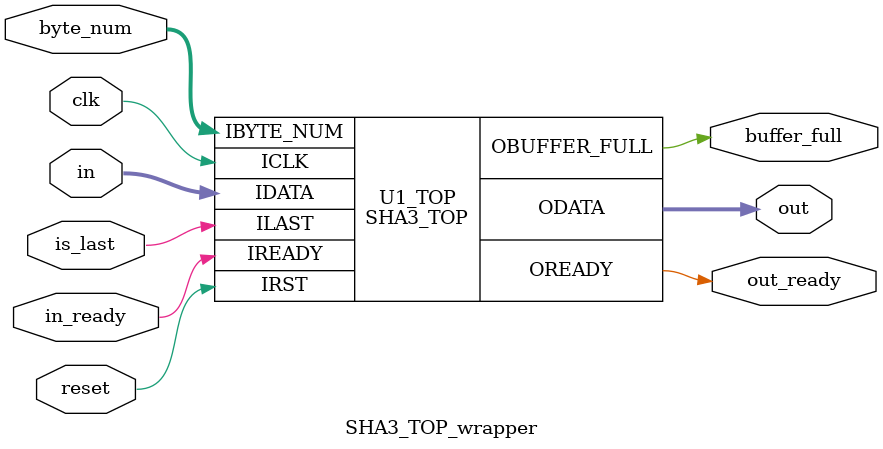
<source format=v>
`define WT_DCACHE
`define DISABLE_TRACER
`define SRAM_NO_INIT
`define VERILATOR
/*
 * Copyright 2013, Homer Hsing <homer.hsing@gmail.com>
 *
 * Licensed under the Apache License, Version 2.0 (the "License");
 * you may not use this file except in compliance with the License.
 * You may obtain a copy of the License at
 *
 * http://www.apache.org/licenses/LICENSE-2.0
 *
 * Unless required by applicable law or agreed to in writing, software
 * distributed under the License is distributed on an "AS IS" BASIS,
 * WITHOUT WARRANTIES OR CONDITIONS OF ANY KIND, either express or implied.
 * See the License for the specific language governing permissions and
 * limitations under the License.
 */

/* if "oAck" is 1, then current input has been used. */

module f_permutation(
	input				iClk,
	input				iRst,
	input		[575:0]	iData,
	input				iReady,
	output				oAck,
	output		[511:0]	oData
	//output	reg		oReady
);

/*****************************************************************************
 *                 Internal Wires and Registers Declarations                 *
 *****************************************************************************/
 
 reg	[10:0]		i; /* select round constant */
 reg	[1599:0]	round;
 wire	[1599:0]	round_in, round_out;
 wire	[6:0]		rc1, rc2;
 wire				update;
 wire				accept;
 
 reg				calc; /* == 1: calculating rounds */

/*****************************************************************************
 *                            Combinational Logic                            *
 *****************************************************************************/

 assign accept = iReady & ~calc;	//iReady & (i==0)
 assign round_in = (accept) ? {iData^round[1599:1024], round[1023:0]} : round;
 
 assign update = calc | accept;
 assign oAck = accept;
 assign oData = round[1599:1088];

/*****************************************************************************
 *                             Sequential Logic                              *
 *****************************************************************************/
 
 always@(posedge iClk) begin
	if(iRst)	i <= 11'b0;
	else		i <= {i[9:0], accept};
 end
 
 always@(posedge iClk) begin
	if(iRst)	calc <= 1'b0;
	else		calc <= (calc & ~i[10]) | accept;
 end
/*
 always@(posedge iClk) begin
	if(iRst | accept)	oReady <= 1'b0;
	// only change at the last round
	else if(i[10])		oReady <= 1'b1;
	else				oReady <= oReady;
 end
*/
 always@(posedge iClk) begin
	if(iRst)		round <= 1600'b0;
	else if(update)	round <= round_out;
	else			round <= round;
 end

/*****************************************************************************
 *                              Internal Modules                             *
 *****************************************************************************/
 
 rconst2in1 rconst_ (
	.i		({i, accept}),
	.rc1	(rc1),
	.rc2	(rc2)
 );

 round2in1 round_ (
	.in		(round_in),
	.rc1	(rc1),
	.rc2	(rc2),
	.out	(round_out)
 );

endmodule
/*
 * Copyright 2013, Homer Hsing <homer.hsing@gmail.com>
 *
 * Licensed under the Apache License, Version 2.0 (the "License");
 * you may not use this file except in compliance with the License.
 * You may obtain a copy of the License at
 *
 * http://www.apache.org/licenses/LICENSE-2.0
 *
 * Unless required by applicable law or agreed to in writing, software
 * distributed under the License is distributed on an "AS IS" BASIS,
 * WITHOUT WARRANTIES OR CONDITIONS OF ANY KIND, either express or implied.
 * See the License for the specific language governing permissions and
 * limitations under the License.
 */

module round2in1(
	input	[1599:0]	in,
	input	[6:0]		rc1,
	input	[6:0]		rc2,
	output	[1599:0]	out
);

/*****************************************************************************
 *                 Internal Wires and Registers Declarations                 *
 *****************************************************************************/
 
 /* "a ~ g" for round 1 */
 wire	[63:0]	a[4:0][4:0];
 wire	[63:0]	b[4:0];
 wire	[63:0]	c[4:0][4:0];
 wire	[63:0]	d[4:0][4:0];
 wire	[63:0]	e[4:0][4:0];
 wire	[63:0]	f[4:0][4:0];
 wire	[63:0]	g[4:0][4:0];

 /* "aa ~ gg" for round 2 */
 wire	[63:0]	bb[4:0];
 wire	[63:0]	cc[4:0][4:0];
 wire	[63:0]	dd[4:0][4:0];
 wire	[63:0]	ee[4:0][4:0];
 wire	[63:0]	ff[4:0][4:0];
 wire	[63:0]	gg[4:0][4:0];

/*****************************************************************************
 *                                 Inputs                                    *
 *****************************************************************************/
 
 assign a[0][0] = in[1599:1536];
 assign a[1][0] = in[1535:1472];
 assign a[2][0] = in[1471:1408];
 assign a[3][0] = in[1407:1344];
 assign a[4][0] = in[1343:1280];
 assign a[0][1] = in[1279:1216];
 assign a[1][1] = in[1215:1152];
 assign a[2][1] = in[1151:1088];
 assign a[3][1] = in[1087:1024];
 assign a[4][1] = in[1023:960];
 assign a[0][2] = in[959:896];
 assign a[1][2] = in[895:832];
 assign a[2][2] = in[831:768];
 assign a[3][2] = in[767:704];
 assign a[4][2] = in[703:640];
 assign a[0][3] = in[639:576];
 assign a[1][3] = in[575:512];
 assign a[2][3] = in[511:448];
 assign a[3][3] = in[447:384];
 assign a[4][3] = in[383:320];
 assign a[0][4] = in[319:256];
 assign a[1][4] = in[255:192];
 assign a[2][4] = in[191:128];
 assign a[3][4] = in[127:64];
 assign a[4][4] = in[63:0];

/*****************************************************************************
 *                                 Round 1                                   *
 *****************************************************************************/
 
 assign b[0] = a[0][0] ^ a[0][1] ^ a[0][2] ^ a[0][3] ^ a[0][4];
 assign b[1] = a[1][0] ^ a[1][1] ^ a[1][2] ^ a[1][3] ^ a[1][4];
 assign b[2] = a[2][0] ^ a[2][1] ^ a[2][2] ^ a[2][3] ^ a[2][4];
 assign b[3] = a[3][0] ^ a[3][1] ^ a[3][2] ^ a[3][3] ^ a[3][4];
 assign b[4] = a[4][0] ^ a[4][1] ^ a[4][2] ^ a[4][3] ^ a[4][4];

 /* calc "c == theta(a)" */
 assign c[0][0] = a[0][0] ^ b[4] ^ {b[1][62:0], b[1][63]};
 assign c[1][0] = a[1][0] ^ b[0] ^ {b[2][62:0], b[2][63]};
 assign c[2][0] = a[2][0] ^ b[1] ^ {b[3][62:0], b[3][63]};
 assign c[3][0] = a[3][0] ^ b[2] ^ {b[4][62:0], b[4][63]};
 assign c[4][0] = a[4][0] ^ b[3] ^ {b[0][62:0], b[0][63]};
 assign c[0][1] = a[0][1] ^ b[4] ^ {b[1][62:0], b[1][63]};
 assign c[1][1] = a[1][1] ^ b[0] ^ {b[2][62:0], b[2][63]};
 assign c[2][1] = a[2][1] ^ b[1] ^ {b[3][62:0], b[3][63]};
 assign c[3][1] = a[3][1] ^ b[2] ^ {b[4][62:0], b[4][63]};
 assign c[4][1] = a[4][1] ^ b[3] ^ {b[0][62:0], b[0][63]};
 assign c[0][2] = a[0][2] ^ b[4] ^ {b[1][62:0], b[1][63]};
 assign c[1][2] = a[1][2] ^ b[0] ^ {b[2][62:0], b[2][63]};
 assign c[2][2] = a[2][2] ^ b[1] ^ {b[3][62:0], b[3][63]};
 assign c[3][2] = a[3][2] ^ b[2] ^ {b[4][62:0], b[4][63]};
 assign c[4][2] = a[4][2] ^ b[3] ^ {b[0][62:0], b[0][63]};
 assign c[0][3] = a[0][3] ^ b[4] ^ {b[1][62:0], b[1][63]};
 assign c[1][3] = a[1][3] ^ b[0] ^ {b[2][62:0], b[2][63]};
 assign c[2][3] = a[2][3] ^ b[1] ^ {b[3][62:0], b[3][63]};
 assign c[3][3] = a[3][3] ^ b[2] ^ {b[4][62:0], b[4][63]};
 assign c[4][3] = a[4][3] ^ b[3] ^ {b[0][62:0], b[0][63]};
 assign c[0][4] = a[0][4] ^ b[4] ^ {b[1][62:0], b[1][63]};
 assign c[1][4] = a[1][4] ^ b[0] ^ {b[2][62:0], b[2][63]};
 assign c[2][4] = a[2][4] ^ b[1] ^ {b[3][62:0], b[3][63]};
 assign c[3][4] = a[3][4] ^ b[2] ^ {b[4][62:0], b[4][63]};
 assign c[4][4] = a[4][4] ^ b[3] ^ {b[0][62:0], b[0][63]};

 /* calc "d == rho(c)" */
 assign d[0][0] = c[0][0];
 assign d[1][0] = {c[1][0][62:0], c[1][0][63]};
 assign d[2][0] = {c[2][0][1:0] , c[2][0][63:2]};
 assign d[3][0] = {c[3][0][35:0], c[3][0][63:36]};
 assign d[4][0] = {c[4][0][36:0], c[4][0][63:37]};
 assign d[0][1] = {c[0][1][27:0], c[0][1][63:28]};
 assign d[1][1] = {c[1][1][19:0], c[1][1][63:20]};
 assign d[2][1] = {c[2][1][57:0], c[2][1][63:58]};
 assign d[3][1] = {c[3][1][8:0] , c[3][1][63:9]};
 assign d[4][1] = {c[4][1][43:0], c[4][1][63:44]};
 assign d[0][2] = {c[0][2][60:0], c[0][2][63:61]};
 assign d[1][2] = {c[1][2][53:0], c[1][2][63:54]};
 assign d[2][2] = {c[2][2][20:0], c[2][2][63:21]};
 assign d[3][2] = {c[3][2][38:0], c[3][2][63:39]};
 assign d[4][2] = {c[4][2][24:0], c[4][2][63:25]};
 assign d[0][3] = {c[0][3][22:0], c[0][3][63:23]};
 assign d[1][3] = {c[1][3][18:0], c[1][3][63:19]};
 assign d[2][3] = {c[2][3][48:0], c[2][3][63:49]};
 assign d[3][3] = {c[3][3][42:0], c[3][3][63:43]};
 assign d[4][3] = {c[4][3][55:0], c[4][3][63:56]};
 assign d[0][4] = {c[0][4][45:0], c[0][4][63:46]};
 assign d[1][4] = {c[1][4][61:0], c[1][4][63:62]};
 assign d[2][4] = {c[2][4][2:0] , c[2][4][63:3]};
 assign d[3][4] = {c[3][4][7:0] , c[3][4][63:8]};
 assign d[4][4] = {c[4][4][49:0], c[4][4][63:50]};

 /* calc "e == pi(d)" */
 assign e[0][0] = d[0][0];
 assign e[0][2] = d[1][0];
 assign e[0][4] = d[2][0];
 assign e[0][1] = d[3][0];
 assign e[0][3] = d[4][0];
 assign e[1][3] = d[0][1];
 assign e[1][0] = d[1][1];
 assign e[1][2] = d[2][1];
 assign e[1][4] = d[3][1];
 assign e[1][1] = d[4][1];
 assign e[2][1] = d[0][2];
 assign e[2][3] = d[1][2];
 assign e[2][0] = d[2][2];
 assign e[2][2] = d[3][2];
 assign e[2][4] = d[4][2];
 assign e[3][4] = d[0][3];
 assign e[3][1] = d[1][3];
 assign e[3][3] = d[2][3];
 assign e[3][0] = d[3][3];
 assign e[3][2] = d[4][3];
 assign e[4][2] = d[0][4];
 assign e[4][4] = d[1][4];
 assign e[4][1] = d[2][4];
 assign e[4][3] = d[3][4];
 assign e[4][0] = d[4][4];

 /* calc "f = chi(e)" */
 assign f[0][0] = e[0][0] ^ (~e[1][0] & e[2][0]);
 assign f[1][0] = e[1][0] ^ (~e[2][0] & e[3][0]);
 assign f[2][0] = e[2][0] ^ (~e[3][0] & e[4][0]);
 assign f[3][0] = e[3][0] ^ (~e[4][0] & e[0][0]);
 assign f[4][0] = e[4][0] ^ (~e[0][0] & e[1][0]);
 assign f[0][1] = e[0][1] ^ (~e[1][1] & e[2][1]);
 assign f[1][1] = e[1][1] ^ (~e[2][1] & e[3][1]);
 assign f[2][1] = e[2][1] ^ (~e[3][1] & e[4][1]);
 assign f[3][1] = e[3][1] ^ (~e[4][1] & e[0][1]);
 assign f[4][1] = e[4][1] ^ (~e[0][1] & e[1][1]);
 assign f[0][2] = e[0][2] ^ (~e[1][2] & e[2][2]);
 assign f[1][2] = e[1][2] ^ (~e[2][2] & e[3][2]);
 assign f[2][2] = e[2][2] ^ (~e[3][2] & e[4][2]);
 assign f[3][2] = e[3][2] ^ (~e[4][2] & e[0][2]);
 assign f[4][2] = e[4][2] ^ (~e[0][2] & e[1][2]);
 assign f[0][3] = e[0][3] ^ (~e[1][3] & e[2][3]);
 assign f[1][3] = e[1][3] ^ (~e[2][3] & e[3][3]);
 assign f[2][3] = e[2][3] ^ (~e[3][3] & e[4][3]);
 assign f[3][3] = e[3][3] ^ (~e[4][3] & e[0][3]);
 assign f[4][3] = e[4][3] ^ (~e[0][3] & e[1][3]);
 assign f[0][4] = e[0][4] ^ (~e[1][4] & e[2][4]);
 assign f[1][4] = e[1][4] ^ (~e[2][4] & e[3][4]);
 assign f[2][4] = e[2][4] ^ (~e[3][4] & e[4][4]);
 assign f[3][4] = e[3][4] ^ (~e[4][4] & e[0][4]);
 assign f[4][4] = e[4][4] ^ (~e[0][4] & e[1][4]);

 /* calc "g = iota(f)" */
 assign g[0][0][63]    = f[0][0][63] ^ rc1[6];
 assign g[0][0][62:32] = f[0][0][62:32];
 assign g[0][0][31]    = f[0][0][31] ^ rc1[5];
 assign g[0][0][30:16] = f[0][0][30:16];
 assign g[0][0][15]    = f[0][0][15] ^ rc1[4];
 assign g[0][0][14:8]  = f[0][0][14:8];
 assign g[0][0][7]     = f[0][0][7] ^ rc1[3];
 assign g[0][0][6:4]   = f[0][0][6:4];
 assign g[0][0][3]     = f[0][0][3] ^ rc1[2];
 assign g[0][0][2]     = f[0][0][2];
 assign g[0][0][1]     = f[0][0][1] ^ rc1[1];
 assign g[0][0][0]     = f[0][0][0] ^ rc1[0];

 assign g[1][0] = f[1][0];
 assign g[2][0] = f[2][0];
 assign g[3][0] = f[3][0];
 assign g[4][0] = f[4][0];
 assign g[0][1] = f[0][1];
 assign g[1][1] = f[1][1];
 assign g[2][1] = f[2][1];
 assign g[3][1] = f[3][1];
 assign g[4][1] = f[4][1];
 assign g[0][2] = f[0][2];
 assign g[1][2] = f[1][2];
 assign g[2][2] = f[2][2];
 assign g[3][2] = f[3][2];
 assign g[4][2] = f[4][2];
 assign g[0][3] = f[0][3];
 assign g[1][3] = f[1][3];
 assign g[2][3] = f[2][3];
 assign g[3][3] = f[3][3];
 assign g[4][3] = f[4][3];
 assign g[0][4] = f[0][4];
 assign g[1][4] = f[1][4];
 assign g[2][4] = f[2][4];
 assign g[3][4] = f[3][4];
 assign g[4][4] = f[4][4];

/*****************************************************************************
 *                                 Round 2                                   *
 *****************************************************************************/
  
 assign bb[0] = g[0][0] ^ g[0][1] ^ g[0][2] ^ g[0][3] ^ g[0][4];
 assign bb[1] = g[1][0] ^ g[1][1] ^ g[1][2] ^ g[1][3] ^ g[1][4];
 assign bb[2] = g[2][0] ^ g[2][1] ^ g[2][2] ^ g[2][3] ^ g[2][4];
 assign bb[3] = g[3][0] ^ g[3][1] ^ g[3][2] ^ g[3][3] ^ g[3][4];
 assign bb[4] = g[4][0] ^ g[4][1] ^ g[4][2] ^ g[4][3] ^ g[4][4];
 
 /* calc "cc == theta(g)" */
 assign cc[0][0] = g[0][0] ^ bb[4] ^ {bb[1][62:0], bb[1][63]};
 assign cc[1][0] = g[1][0] ^ bb[0] ^ {bb[2][62:0], bb[2][63]};
 assign cc[2][0] = g[2][0] ^ bb[1] ^ {bb[3][62:0], bb[3][63]};
 assign cc[3][0] = g[3][0] ^ bb[2] ^ {bb[4][62:0], bb[4][63]};
 assign cc[4][0] = g[4][0] ^ bb[3] ^ {bb[0][62:0], bb[0][63]};
 assign cc[0][1] = g[0][1] ^ bb[4] ^ {bb[1][62:0], bb[1][63]};
 assign cc[1][1] = g[1][1] ^ bb[0] ^ {bb[2][62:0], bb[2][63]};
 assign cc[2][1] = g[2][1] ^ bb[1] ^ {bb[3][62:0], bb[3][63]};
 assign cc[3][1] = g[3][1] ^ bb[2] ^ {bb[4][62:0], bb[4][63]};
 assign cc[4][1] = g[4][1] ^ bb[3] ^ {bb[0][62:0], bb[0][63]};
 assign cc[0][2] = g[0][2] ^ bb[4] ^ {bb[1][62:0], bb[1][63]};
 assign cc[1][2] = g[1][2] ^ bb[0] ^ {bb[2][62:0], bb[2][63]};
 assign cc[2][2] = g[2][2] ^ bb[1] ^ {bb[3][62:0], bb[3][63]};
 assign cc[3][2] = g[3][2] ^ bb[2] ^ {bb[4][62:0], bb[4][63]};
 assign cc[4][2] = g[4][2] ^ bb[3] ^ {bb[0][62:0], bb[0][63]};
 assign cc[0][3] = g[0][3] ^ bb[4] ^ {bb[1][62:0], bb[1][63]};
 assign cc[1][3] = g[1][3] ^ bb[0] ^ {bb[2][62:0], bb[2][63]};
 assign cc[2][3] = g[2][3] ^ bb[1] ^ {bb[3][62:0], bb[3][63]};
 assign cc[3][3] = g[3][3] ^ bb[2] ^ {bb[4][62:0], bb[4][63]};
 assign cc[4][3] = g[4][3] ^ bb[3] ^ {bb[0][62:0], bb[0][63]};
 assign cc[0][4] = g[0][4] ^ bb[4] ^ {bb[1][62:0], bb[1][63]};
 assign cc[1][4] = g[1][4] ^ bb[0] ^ {bb[2][62:0], bb[2][63]};
 assign cc[2][4] = g[2][4] ^ bb[1] ^ {bb[3][62:0], bb[3][63]};
 assign cc[3][4] = g[3][4] ^ bb[2] ^ {bb[4][62:0], bb[4][63]};
 assign cc[4][4] = g[4][4] ^ bb[3] ^ {bb[0][62:0], bb[0][63]};
 
 /* calc "dd == rho(cc)" */
 assign dd[0][0] = cc[0][0];
 assign dd[1][0] = {cc[1][0][62:0], cc[1][0][63]};
 assign dd[2][0] = {cc[2][0][1:0] , cc[2][0][63:2]};
 assign dd[3][0] = {cc[3][0][35:0], cc[3][0][63:36]};
 assign dd[4][0] = {cc[4][0][36:0], cc[4][0][63:37]};
 assign dd[0][1] = {cc[0][1][27:0], cc[0][1][63:28]};
 assign dd[1][1] = {cc[1][1][19:0], cc[1][1][63:20]};
 assign dd[2][1] = {cc[2][1][57:0], cc[2][1][63:58]};
 assign dd[3][1] = {cc[3][1][8:0] , cc[3][1][63:9]};
 assign dd[4][1] = {cc[4][1][43:0], cc[4][1][63:44]};
 assign dd[0][2] = {cc[0][2][60:0], cc[0][2][63:61]};
 assign dd[1][2] = {cc[1][2][53:0], cc[1][2][63:54]};
 assign dd[2][2] = {cc[2][2][20:0], cc[2][2][63:21]};
 assign dd[3][2] = {cc[3][2][38:0], cc[3][2][63:39]};
 assign dd[4][2] = {cc[4][2][24:0], cc[4][2][63:25]};
 assign dd[0][3] = {cc[0][3][22:0], cc[0][3][63:23]};
 assign dd[1][3] = {cc[1][3][18:0], cc[1][3][63:19]};
 assign dd[2][3] = {cc[2][3][48:0], cc[2][3][63:49]};
 assign dd[3][3] = {cc[3][3][42:0], cc[3][3][63:43]};
 assign dd[4][3] = {cc[4][3][55:0], cc[4][3][63:56]};
 assign dd[0][4] = {cc[0][4][45:0], cc[0][4][63:46]};
 assign dd[1][4] = {cc[1][4][61:0], cc[1][4][63:62]};
 assign dd[2][4] = {cc[2][4][2:0] , cc[2][4][63:3]};
 assign dd[3][4] = {cc[3][4][7:0] , cc[3][4][63:8]};
 assign dd[4][4] = {cc[4][4][49:0], cc[4][4][63:50]};

 /* calc "ee == pi(dd)" */
 assign ee[0][0] = dd[0][0];
 assign ee[0][2] = dd[1][0];
 assign ee[0][4] = dd[2][0];
 assign ee[0][1] = dd[3][0];
 assign ee[0][3] = dd[4][0];
 assign ee[1][3] = dd[0][1];
 assign ee[1][0] = dd[1][1];
 assign ee[1][2] = dd[2][1];
 assign ee[1][4] = dd[3][1];
 assign ee[1][1] = dd[4][1];
 assign ee[2][1] = dd[0][2];
 assign ee[2][3] = dd[1][2];
 assign ee[2][0] = dd[2][2];
 assign ee[2][2] = dd[3][2];
 assign ee[2][4] = dd[4][2];
 assign ee[3][4] = dd[0][3];
 assign ee[3][1] = dd[1][3];
 assign ee[3][3] = dd[2][3];
 assign ee[3][0] = dd[3][3];
 assign ee[3][2] = dd[4][3];
 assign ee[4][2] = dd[0][4];
 assign ee[4][4] = dd[1][4];
 assign ee[4][1] = dd[2][4];
 assign ee[4][3] = dd[3][4];
 assign ee[4][0] = dd[4][4];

 /* calc "ff = chi(ee)" */
 assign ff[0][0] = ee[0][0] ^ (~ee[1][0] & ee[2][0]);
 assign ff[1][0] = ee[1][0] ^ (~ee[2][0] & ee[3][0]);
 assign ff[2][0] = ee[2][0] ^ (~ee[3][0] & ee[4][0]);
 assign ff[3][0] = ee[3][0] ^ (~ee[4][0] & ee[0][0]);
 assign ff[4][0] = ee[4][0] ^ (~ee[0][0] & ee[1][0]);
 assign ff[0][1] = ee[0][1] ^ (~ee[1][1] & ee[2][1]);
 assign ff[1][1] = ee[1][1] ^ (~ee[2][1] & ee[3][1]);
 assign ff[2][1] = ee[2][1] ^ (~ee[3][1] & ee[4][1]);
 assign ff[3][1] = ee[3][1] ^ (~ee[4][1] & ee[0][1]);
 assign ff[4][1] = ee[4][1] ^ (~ee[0][1] & ee[1][1]);
 assign ff[0][2] = ee[0][2] ^ (~ee[1][2] & ee[2][2]);
 assign ff[1][2] = ee[1][2] ^ (~ee[2][2] & ee[3][2]);
 assign ff[2][2] = ee[2][2] ^ (~ee[3][2] & ee[4][2]);
 assign ff[3][2] = ee[3][2] ^ (~ee[4][2] & ee[0][2]);
 assign ff[4][2] = ee[4][2] ^ (~ee[0][2] & ee[1][2]);
 assign ff[0][3] = ee[0][3] ^ (~ee[1][3] & ee[2][3]);
 assign ff[1][3] = ee[1][3] ^ (~ee[2][3] & ee[3][3]);
 assign ff[2][3] = ee[2][3] ^ (~ee[3][3] & ee[4][3]);
 assign ff[3][3] = ee[3][3] ^ (~ee[4][3] & ee[0][3]);
 assign ff[4][3] = ee[4][3] ^ (~ee[0][3] & ee[1][3]);
 assign ff[0][4] = ee[0][4] ^ (~ee[1][4] & ee[2][4]);
 assign ff[1][4] = ee[1][4] ^ (~ee[2][4] & ee[3][4]);
 assign ff[2][4] = ee[2][4] ^ (~ee[3][4] & ee[4][4]);
 assign ff[3][4] = ee[3][4] ^ (~ee[4][4] & ee[0][4]);
 assign ff[4][4] = ee[4][4] ^ (~ee[0][4] & ee[1][4]);
 
 /* calc "gg = iota(ff)" */
 assign gg[0][0][63]    = ff[0][0][63] ^ rc2[6];
 assign gg[0][0][62:32] = ff[0][0][62:32];
 assign gg[0][0][31]    = ff[0][0][31] ^ rc2[5];
 assign gg[0][0][30:16] = ff[0][0][30:16];
 assign gg[0][0][15]    = ff[0][0][15] ^ rc2[4];
 assign gg[0][0][14:8]  = ff[0][0][14:8];
 assign gg[0][0][7]     = ff[0][0][7] ^ rc2[3];
 assign gg[0][0][6:4]   = ff[0][0][6:4];
 assign gg[0][0][3]     = ff[0][0][3] ^ rc2[2];
 assign gg[0][0][2]     = ff[0][0][2];
 assign gg[0][0][1]     = ff[0][0][1] ^ rc2[1];
 assign gg[0][0][0]     = ff[0][0][0] ^ rc2[0];

 assign gg[1][0] = ff[1][0];
 assign gg[2][0] = ff[2][0];
 assign gg[3][0] = ff[3][0];
 assign gg[4][0] = ff[4][0];
 assign gg[0][1] = ff[0][1];
 assign gg[1][1] = ff[1][1];
 assign gg[2][1] = ff[2][1];
 assign gg[3][1] = ff[3][1];
 assign gg[4][1] = ff[4][1];
 assign gg[0][2] = ff[0][2];
 assign gg[1][2] = ff[1][2];
 assign gg[2][2] = ff[2][2];
 assign gg[3][2] = ff[3][2];
 assign gg[4][2] = ff[4][2];
 assign gg[0][3] = ff[0][3];
 assign gg[1][3] = ff[1][3];
 assign gg[2][3] = ff[2][3];
 assign gg[3][3] = ff[3][3];
 assign gg[4][3] = ff[4][3];
 assign gg[0][4] = ff[0][4];
 assign gg[1][4] = ff[1][4];
 assign gg[2][4] = ff[2][4];
 assign gg[3][4] = ff[3][4];
 assign gg[4][4] = ff[4][4];

/*****************************************************************************
 *                                 Outputs                                   *
 *****************************************************************************/
 
 assign out[1599:1536] = gg[0][0];
 assign out[1535:1472] = gg[1][0];
 assign out[1471:1408] = gg[2][0];
 assign out[1407:1344] = gg[3][0];
 assign out[1343:1280] = gg[4][0];
 assign out[1279:1216] = gg[0][1];
 assign out[1215:1152] = gg[1][1];
 assign out[1151:1088] = gg[2][1];
 assign out[1087:1024] = gg[3][1];
 assign out[1023:960]  = gg[4][1];
 assign out[959:896]   = gg[0][2];
 assign out[895:832]   = gg[1][2];
 assign out[831:768]   = gg[2][2];
 assign out[767:704]   = gg[3][2];
 assign out[703:640]   = gg[4][2];
 assign out[639:576]   = gg[0][3];
 assign out[575:512]   = gg[1][3];
 assign out[511:448]   = gg[2][3];
 assign out[447:384]   = gg[3][3];
 assign out[383:320]   = gg[4][3];
 assign out[319:256]   = gg[0][4];
 assign out[255:192]   = gg[1][4];
 assign out[191:128]   = gg[2][4];
 assign out[127:64]    = gg[3][4];
 assign out[63:0]      = gg[4][4];

endmodule
/*
 * Copyright 2013, Homer Hsing <homer.hsing@gmail.com>
 *
 * Licensed under the Apache License, Version 2.0 (the "License");
 * you may not use this file except in compliance with the License.
 * You may obtain a copy of the License at
 *
 * http://www.apache.org/licenses/LICENSE-2.0
 *
 * Unless required by applicable law or agreed to in writing, software
 * distributed under the License is distributed on an "AS IS" BASIS,
 * WITHOUT WARRANTIES OR CONDITIONS OF ANY KIND, either express or implied.
 * See the License for the specific language governing permissions and
 * limitations under the License.
 */

module padder1(
	input	[63:0]	in,
	input	[2:0]	byte_num,
	output	[63:0]	out
);
/*
 case (byte_num)
	0: out =             64'h0600000000000000;
	1: out = {in[63:56], 56'h06000000000000};
	2: out = {in[63:48], 48'h060000000000};
	3: out = {in[63:40], 40'h0600000000};
	4: out = {in[63:32], 32'h06000000};
	5: out = {in[63:24], 24'h060000};
	6: out = {in[63:16], 16'h0600};
	7: out = {in[63:8],   8'h06};
 endcase
*/
/*
 assign out[63:56] = (byte_num == 3'd0) ? 8'h06 : in[63:56];
 assign out[55:48] = (byte_num < 3'd1)  ? 8'h00 :
					 (byte_num == 3'd1) ? 8'h06 : in[55:48];
 assign out[47:40] = (byte_num < 3'd2)  ? 8'h00 :
					 (byte_num == 3'd2) ? 8'h06 : in[47:40];
 assign out[39:32] = (byte_num < 3'd3)  ? 8'h00 :
					 (byte_num == 3'd3) ? 8'h06 : in[39:32];
 assign out[31:24] = (byte_num < 3'd4)  ? 8'h00 :
					 (byte_num == 3'd4) ? 8'h06 : in[31:24];
 assign out[23:16] = (byte_num < 3'd5)  ? 8'h00 :
					 (byte_num == 3'd5) ? 8'h06 : in[23:16];
 assign out[15:8]  = (byte_num < 3'd6)  ? 8'h00 :
					 (byte_num == 3'd6) ? 8'h06 : in[15:8];
 assign out[7:0]   = (byte_num < 3'd7)  ? 8'h00 : 8'h06;
*/

 wire	byte0, byte1, byte2, byte3,
		byte4, byte5, byte6, byte7;

 wire	byte01, byte012, byte0123, byte567, byte67;

 assign byte0 = ~byte_num[2] & ~byte_num[1] & ~byte_num[0];
 assign byte1 = ~byte_num[2] & ~byte_num[1] &  byte_num[0];
 assign byte2 = ~byte_num[2] &  byte_num[1] & ~byte_num[0];
 assign byte3 = ~byte_num[2] &  byte_num[1] &  byte_num[0];
 assign byte4 =  byte_num[2] & ~byte_num[1] & ~byte_num[0];
 assign byte5 =  byte_num[2] & ~byte_num[1] &  byte_num[0];
 assign byte6 =  byte_num[2] &  byte_num[1] & ~byte_num[0];
 assign byte7 =  byte_num[2] &  byte_num[1] &  byte_num[0];
 
 assign byte01   = byte0   | byte1;
 assign byte012  = byte01  | byte2;
 assign byte0123 = byte012 | byte3;
 assign byte567  = byte5   | byte67;
 assign byte67   = byte6   | byte7;

 assign out[63:60] = {(4){~byte0}} & in[63:60];
 assign out[59]    = ~byte0 & in[59];
 assign out[58:57] = {(2){byte0}} | in[58:57];
 assign out[56]    = ~byte0 & in[56];
 assign out[55:52] = {(4){~byte01}} & in[55:52];
 assign out[51]    = ~byte01 & in[51];
 assign out[50:49] = {(2){~byte0}} & ({(2){byte1}} | in[50:49]);
 assign out[48]    = ~byte01 & in[48];
 assign out[47:44] = {(4){~byte012}} & in[47:44];
 assign out[43]    = ~byte012 & in[43];
 assign out[42:41] = {(2){~byte01}} & ({(2){byte2}} | in[42:41]);
 assign out[40]    = ~byte012 & in[40];
 assign out[39:36] = {(4){~byte0123}} & in[39:36];
 assign out[35]    = ~byte0123 & in[35];
 assign out[34:33] = {(2){~byte012}} & ({(2){byte3}} | in[34:33]);
 assign out[32]    = ~byte0123 & in[32];
 assign out[31:28] = {(4){byte567}} & in[31:28];
 assign out[27]    = byte567 & in[27];
 assign out[26:25] = {(2){byte4}} | ({(2){byte567}} & in[26:25]);
 assign out[24]    = byte567 & in[24];
 assign out[23:20] = {(4){byte67}} & in[23:20];
 assign out[19]    = byte67 & in[19];
 assign out[18:17] = {(2){byte5}} | ({(2){byte67}} & in[18:17]);
 assign out[16]    = byte67 & in[16];
 assign out[15:12] = {(4){byte7}} & in[15:12];
 assign out[11]    = byte7 & in[11];
 assign out[10:9]  = {(2){byte6}} | ({(2){byte7}} & in[10:9]);
 assign out[8]     = byte7 & in[8];
 assign out[7:3]   = 5'b00000;
 assign out[2:1]   = {(2){byte7}};
 assign out[0]     = 1'b0;

endmodule
/*
 * Copyright 2013, Homer Hsing <homer.hsing@gmail.com>
 *
 * Licensed under the Apache License, Version 2.0 (the "License");
 * you may not use this file except in compliance with the License.
 * You may obtain a copy of the License at
 *
 * http://www.apache.org/licenses/LICENSE-2.0
 *
 * Unless required by applicable law or agreed to in writing, software
 * distributed under the License is distributed on an "AS IS" BASIS,
 * WITHOUT WARRANTIES OR CONDITIONS OF ANY KIND, either express or implied.
 * See the License for the specific language governing permissions and
 * limitations under the License.
 */

/* "iLast" == 0 means byte number is 8, no matter what value "iByte_num" is. */
/* if "iReady" == 0, then "iLast" should be 0. */
/* the user switch to next "iData" only if "ack" == 1. */

module keccak(
	input				iClk,
	input				iRst,
	input		[63:0]	iData,
	input				iReady,
	input				iLast,
	input		[2:0]	iByte_num,
	output				oBuffer_full, /* to "user" module */
	output		[511:0]	oData,
	output	reg			oReady
);

/*****************************************************************************
 *                 Internal Wires and Registers Declarations                 *
 *****************************************************************************/
 
 reg			state;	/* state == 0: user will send more input data
						 * state == 1: user will not send any data */
 reg	[10:0]	i; /* gen "oReady" */
 
 wire	[575:0]	padder_oData,
				padder_oData_pre; /* before reorder byte */
 wire			padder_oReady;
 
 wire			f_oAck;
 wire	[511:0]	f_oData;
 //wire			f_oReady;
 
 wire	[511:0]	Data_out_pre; /* before reorder byte */
 wire	[63:0]	Data_out_pre_7, Data_out_pre_6, Data_out_pre_5, Data_out_pre_4,
				Data_out_pre_3, Data_out_pre_2, Data_out_pre_1, Data_out_pre_0;
 wire	[63:0]	Data_out_7, Data_out_6, Data_out_5, Data_out_4,
				Data_out_3, Data_out_2, Data_out_1, Data_out_0;

 wire	[63:0]	padder_oData_pre_8, padder_oData_pre_7, padder_oData_pre_6,
				padder_oData_pre_5, padder_oData_pre_4, padder_oData_pre_3,
				padder_oData_pre_2, padder_oData_pre_1, padder_oData_pre_0;
 wire	[63:0]	padder_oData_8, padder_oData_7, padder_oData_6,
				padder_oData_5, padder_oData_4, padder_oData_3,
				padder_oData_2, padder_oData_1, padder_oData_0;
 
/*****************************************************************************
 *                            Combinational Logic                            *
 *****************************************************************************/
 
 /* reorder byte ~ ~ */
 assign Data_out_pre = f_oData;
 
 assign {Data_out_pre_7, Data_out_pre_6, Data_out_pre_5, Data_out_pre_4,
		 Data_out_pre_3, Data_out_pre_2, Data_out_pre_1, Data_out_pre_0} = Data_out_pre;

 assign Data_out_7 = {Data_out_pre_7[7:0]  , Data_out_pre_7[15:8] , Data_out_pre_7[23:16], Data_out_pre_7[31:24],
					  Data_out_pre_7[39:32], Data_out_pre_7[47:40], Data_out_pre_7[55:48], Data_out_pre_7[63:56]};
 assign Data_out_6 = {Data_out_pre_6[7:0]  , Data_out_pre_6[15:8] , Data_out_pre_6[23:16], Data_out_pre_6[31:24],
					  Data_out_pre_6[39:32], Data_out_pre_6[47:40], Data_out_pre_6[55:48], Data_out_pre_6[63:56]};
 assign Data_out_5 = {Data_out_pre_5[7:0]  , Data_out_pre_5[15:8] , Data_out_pre_5[23:16], Data_out_pre_5[31:24],
					  Data_out_pre_5[39:32], Data_out_pre_5[47:40], Data_out_pre_5[55:48], Data_out_pre_5[63:56]};
 assign Data_out_4 = {Data_out_pre_4[7:0]  , Data_out_pre_4[15:8] , Data_out_pre_4[23:16], Data_out_pre_4[31:24],
					  Data_out_pre_4[39:32], Data_out_pre_4[47:40], Data_out_pre_4[55:48], Data_out_pre_4[63:56]};
 assign Data_out_3 = {Data_out_pre_3[7:0]  , Data_out_pre_3[15:8] , Data_out_pre_3[23:16], Data_out_pre_3[31:24],
					  Data_out_pre_3[39:32], Data_out_pre_3[47:40], Data_out_pre_3[55:48], Data_out_pre_3[63:56]};
 assign Data_out_2 = {Data_out_pre_2[7:0]  , Data_out_pre_2[15:8] , Data_out_pre_2[23:16], Data_out_pre_2[31:24],
					  Data_out_pre_2[39:32], Data_out_pre_2[47:40], Data_out_pre_2[55:48], Data_out_pre_2[63:56]};
 assign Data_out_1 = {Data_out_pre_1[7:0]  , Data_out_pre_1[15:8] , Data_out_pre_1[23:16], Data_out_pre_1[31:24],
					  Data_out_pre_1[39:32], Data_out_pre_1[47:40], Data_out_pre_1[55:48], Data_out_pre_1[63:56]};
 assign Data_out_0 = {Data_out_pre_0[7:0]  , Data_out_pre_0[15:8] , Data_out_pre_0[23:16], Data_out_pre_0[31:24],
					  Data_out_pre_0[39:32], Data_out_pre_0[47:40], Data_out_pre_0[55:48], Data_out_pre_0[63:56]};

 assign oData = {Data_out_7, Data_out_6, Data_out_5, Data_out_4, Data_out_3, Data_out_2, Data_out_1, Data_out_0};

 assign {padder_oData_pre_8, padder_oData_pre_7, padder_oData_pre_6,
		 padder_oData_pre_5, padder_oData_pre_4, padder_oData_pre_3,
		 padder_oData_pre_2, padder_oData_pre_1, padder_oData_pre_0} = padder_oData_pre;
				 
 assign padder_oData_8 = {padder_oData_pre_8[7:0]  , padder_oData_pre_8[15:8] ,
						  padder_oData_pre_8[23:16], padder_oData_pre_8[31:24],
						  padder_oData_pre_8[39:32], padder_oData_pre_8[47:40],
						  padder_oData_pre_8[55:48], padder_oData_pre_8[63:56]};
 assign padder_oData_7 = {padder_oData_pre_7[7:0]  , padder_oData_pre_7[15:8] ,
						  padder_oData_pre_7[23:16], padder_oData_pre_7[31:24],
						  padder_oData_pre_7[39:32], padder_oData_pre_7[47:40],
						  padder_oData_pre_7[55:48], padder_oData_pre_7[63:56]};
 assign padder_oData_6 = {padder_oData_pre_6[7:0]  , padder_oData_pre_6[15:8] ,
						  padder_oData_pre_6[23:16], padder_oData_pre_6[31:24],
						  padder_oData_pre_6[39:32], padder_oData_pre_6[47:40],
						  padder_oData_pre_6[55:48], padder_oData_pre_6[63:56]};
 assign padder_oData_5 = {padder_oData_pre_5[7:0]  , padder_oData_pre_5[15:8] ,
						  padder_oData_pre_5[23:16], padder_oData_pre_5[31:24],
						  padder_oData_pre_5[39:32], padder_oData_pre_5[47:40],
						  padder_oData_pre_5[55:48], padder_oData_pre_5[63:56]};
 assign padder_oData_4 = {padder_oData_pre_4[7:0]  , padder_oData_pre_4[15:8] ,
						  padder_oData_pre_4[23:16], padder_oData_pre_4[31:24],
						  padder_oData_pre_4[39:32], padder_oData_pre_4[47:40],
						  padder_oData_pre_4[55:48], padder_oData_pre_4[63:56]};
 assign padder_oData_3 = {padder_oData_pre_3[7:0]  , padder_oData_pre_3[15:8] ,
						  padder_oData_pre_3[23:16], padder_oData_pre_3[31:24],
						  padder_oData_pre_3[39:32], padder_oData_pre_3[47:40],
						  padder_oData_pre_3[55:48], padder_oData_pre_3[63:56]};
 assign padder_oData_2 = {padder_oData_pre_2[7:0]  , padder_oData_pre_2[15:8] ,
						  padder_oData_pre_2[23:16], padder_oData_pre_2[31:24],
						  padder_oData_pre_2[39:32], padder_oData_pre_2[47:40],
						  padder_oData_pre_2[55:48], padder_oData_pre_2[63:56]};
 assign padder_oData_1 = {padder_oData_pre_1[7:0]  , padder_oData_pre_1[15:8] ,
						  padder_oData_pre_1[23:16], padder_oData_pre_1[31:24],
						  padder_oData_pre_1[39:32], padder_oData_pre_1[47:40],
						  padder_oData_pre_1[55:48], padder_oData_pre_1[63:56]};
 assign padder_oData_0 = {padder_oData_pre_0[7:0]  , padder_oData_pre_0[15:8] ,
						  padder_oData_pre_0[23:16], padder_oData_pre_0[31:24],
						  padder_oData_pre_0[39:32], padder_oData_pre_0[47:40],
						  padder_oData_pre_0[55:48], padder_oData_pre_0[63:56]};
	
 assign padder_oData = {padder_oData_8, padder_oData_7, padder_oData_6,
						padder_oData_5, padder_oData_4, padder_oData_3,
						padder_oData_2, padder_oData_1, padder_oData_0};

/*****************************************************************************
 *                             Sequential Logic                              *
 *****************************************************************************/
 
 always@(posedge iClk) begin
	if(iRst)	i <= 11'b0;
	else		i <= {i[9:0], state & f_oAck};
 end

 always@(posedge iClk) begin
	if(iRst)		state <= 1'b0;
	else if(iLast)	state <= 1'b1;
	else			state <= state;
 end

 always@(posedge iClk) begin
	if(iRst)		oReady <= 1'b0;
	else if(i[10])	oReady <= 1'b1;
	else			oReady <= oReady;
 end
 
/*****************************************************************************
 *                              Internal Modules                             *
 *****************************************************************************/
 
 padder padder_ (
	.iClk			(iClk),
	.iRst			(iRst),
	.iData			(iData),
	.iReady			(iReady),
	.iLast			(iLast),
	.iByte_num		(iByte_num),
	.oBuffer_full	(oBuffer_full),
	.oData			(padder_oData_pre),
	.oReady			(padder_oReady),
	.iF_ack			(f_oAck)
 );

 f_permutation f_permutation_ (
	.iClk		(iClk),
	.iRst		(iRst),
	.iData		(padder_oData),
	.iReady		(padder_oReady),
	.oAck		(f_oAck),
	.oData		(f_oData)
	//.oReady	(f_oReady)
 );

endmodule
/*
 * Copyright 2013, Homer Hsing <homer.hsing@gmail.com>
 *
 * Licensed under the Apache License, Version 2.0 (the "License");
 * you may not use this file except in compliance with the License.
 * You may obtain a copy of the License at
 *
 * http://www.apache.org/licenses/LICENSE-2.0
 *
 * Unless required by applicable law or agreed to in writing, software
 * distributed under the License is distributed on an "AS IS" BASIS,
 * WITHOUT WARRANTIES OR CONDITIONS OF ANY KIND, either express or implied.
 * See the License for the specific language governing permissions and
 * limitations under the License.
 */

/* "iLast" == 0 means byte number is 8, no matter what value "iByte_num" is. */
/* if "iReady" == 0, then "iLast" should be 0. */
/* the user switch to next "iData" only if "ack" == 1. */

module padder(
    input				iClk,
	input				iRst,
    input		[63:0]	iData,
    input				iReady,
	input				iLast,
    input		[2:0]   iByte_num,
    output				oBuffer_full,	/* to "user" module */
    output	reg	[575:0]	oData,			/* to "f_permutation" module */
    output				oReady,		/* to "f_permutation" module */
    input				iF_ack			/* from "f_permutation" module */
);

/*****************************************************************************
 *                 Internal Wires and Registers Declarations                 *
 *****************************************************************************/
 
 reg			state;		/* state == 0: user will send more input data
							 * state == 1: user will not send any data */
 reg			done;		/* == 1: oReady should be 0 */
 reg	[8:0]	i;			/* length of "oData" buffer */
 wire	[63:0]	v0;			/* output of module "padder1" */
 wire	[63:0]	v1;			/* to be shifted into register "oData" */
 //wire			accept;		/* accept user input? */
 wire			update;

/*****************************************************************************
 *                            Combinational Logic                            *
 *****************************************************************************/
 
 assign oBuffer_full = i[8];
 assign oReady = oBuffer_full;
 
 // if state == 1, do not eat input
 //assign accept = ~state & iReady & ~oBuffer_full;
 // don't fill buffer if done
 assign update = (iReady|state) & ~(oBuffer_full|done);
 
// assign v1 = (state) ? {56'b0, i[7], 7'b0} :
//			 (~iLast) ? iData : {v0[63:8], v0[7]|i[7], v0[6:0]};
 assign v1[63:8] = {(56){~state}} & ((~iLast) ? iData[63:8] : v0[63:8]);
 assign v1[7] = (state) ? i[7] : ((~iLast) ? iData[7] : (v0[7]|i[7]));
 assign v1[6:0] = {(7){~state}} & ((~iLast) ? iData[6:0] : v0[6:0]);
			 
/*****************************************************************************
 *                             Sequential Logic                              *
 *****************************************************************************/
 
 always@(posedge iClk) begin
	if(update)	oData <= {oData[511:0], v1};
	else		oData <= oData;
 end
 
 // if (iF_ack)  i <= 0;
 // if (update) i <= {i[7:0], 1'b1};	/* increase length */
 always@(posedge iClk) begin
	if(iRst)				i <= 9'b0;
	else if(iF_ack|update)	i <= {i[7:0], 1'b1} & {9{~iF_ack}};
	else					i <= i;
 end
 
 always@(posedge iClk) begin
	if(iRst)		state <= 1'b0;
	else if(iLast)	state <= 1'b1;
	else			state <= state;
 end
 
 always@(posedge iClk) begin
	if(iRst)				done <= 1'b0;
	else if(state&oReady)	done <= 1'b1;
	else					done <= done;
 end
 
/*****************************************************************************
 *                              Internal Modules                             *
 *****************************************************************************/
 
 padder1 p0 (
	.in			(iData),
	.byte_num	(iByte_num),
	.out		(v0)
 );
 
endmodule
/*
 * Copyright 2013, Homer Hsing <homer.hsing@gmail.com>
 *
 * Licensed under the Apache License, Version 2.0 (the "License");
 * you may not use this file except in compliance with the License.
 * You may obtain a copy of the License at
 *
 * http://www.apache.org/licenses/LICENSE-2.0
 *
 * Unless required by applicable law or agreed to in writing, software
 * distributed under the License is distributed on an "AS IS" BASIS,
 * WITHOUT WARRANTIES OR CONDITIONS OF ANY KIND, either express or implied.
 * See the License for the specific language governing permissions and
 * limitations under the License.
 */

/* round constant (2 in 1 ~ ~) */
module rconst2in1(
	input	[11:0]	i,
	output	[6:0]	rc1,
	output	[6:0]	rc2
);
/*
 always@(i) begin
	rc1 = 0;
	rc1[0] = i[0] | i[2] | i[3] | i[5] | i[6] | i[7] | i[10] | i[11];
	rc1[1] = i[1] | i[2] | i[4] | i[6] | i[8] | i[9];
	rc1[2] = i[1] | i[2] | i[4] | i[5] | i[6] | i[7] | i[9];
	rc1[3] = i[1] | i[2] | i[3] | i[4] | i[6] | i[7] | i[10];
	rc1[4] = i[1] | i[2] | i[3] | i[5] | i[6] | i[7] | i[8] | i[9] | i[10];
	rc1[5] = i[3] | i[5] | i[6] | i[10] | i[11];
	rc1[6] = i[1] | i[3] | i[7] | i[8] | i[10];
 end

 always@(i) begin
	rc2 = 0;
	rc2[0] = i[2] | i[3] | i[6] | i[7];
	rc2[1] = i[0] | i[5] | i[6] | i[7] | i[9];
	rc2[2] = i[3] | i[4] | i[5] | i[6] | i[9] | i[11];
	rc2[3] = i[0] | i[4] | i[6] | i[8] | i[10];
	rc2[4] = i[0] | i[1] | i[3] | i[7] | i[10] | i[11];
	rc2[5] = i[1] | i[2] | i[5] | i[9] | i[11];
	rc2[6] = i[1] | i[3] | i[6] | i[7] | i[8] | i[9] | i[10] | i[11];
 end
*/

 assign rc1[6] = i[1] | i[3] | i[7] | i[8] | i[10];
 assign rc1[5] = i[3] | i[5] | i[6] | i[10] | i[11];
 assign rc1[4] = i[1] | i[2] | i[3] | i[5] | i[6] | i[7] | i[8] | i[9] | i[10];
 assign rc1[3] = i[1] | i[2] | i[3] | i[4] | i[6] | i[7] | i[10];
 assign rc1[2] = i[1] | i[2] | i[4] | i[5] | i[6] | i[7] | i[9];
 assign rc1[1] = i[1] | i[2] | i[4] | i[6] | i[8] | i[9];
 assign rc1[0] = i[0] | i[2] | i[3] | i[5] | i[6] | i[7] | i[10] | i[11];
 
 assign rc2[6] = i[1] | i[3] | i[6] | i[7] | i[8] | i[9] | i[10] | i[11];
 assign rc2[5] = i[1] | i[2] | i[5] | i[9] | i[11];
 assign rc2[4] = i[0] | i[1] | i[3] | i[7] | i[10] | i[11];
 assign rc2[3] = i[0] | i[4] | i[6] | i[8] | i[10];
 assign rc2[2] = i[3] | i[4] | i[5] | i[6] | i[9] | i[11];
 assign rc2[1] = i[0] | i[5] | i[6] | i[7] | i[9];
 assign rc2[0] = i[2] | i[3] | i[6] | i[7];
 
endmodule
module SHA3_TOP (
	input			ICLK,
	input			IRST,
	input	[63:0]	IDATA,
	input			IREADY,
	input			ILAST,
	input	[2:0]	IBYTE_NUM,
	output			OBUFFER_FULL,
	output	[511:0]	ODATA,
	output			OREADY
);

keccak uut (
	.iClk			(ICLK),
	.iRst			(IRST),
	.iData			(IDATA),
	.iReady			(IREADY),
	.iLast			(ILAST),
	.iByte_num		(IBYTE_NUM),
	.oBuffer_full	(OBUFFER_FULL),
	.oData			(ODATA),
	.oReady			(OREADY)
);

endmodule
module SHA3_TOP_wrapper (
	input			clk,
	input			reset,
	input	[63:0]	in,
	input			in_ready,
	input			is_last,
	input	[2:0]	byte_num,
	output			buffer_full,
	output	[511:0]	out,
	output			out_ready
);

SHA3_TOP U1_TOP (
	.ICLK			(clk),
	.IRST			(reset),
	.IDATA			(in),
	.IREADY			(in_ready),
	.ILAST			(is_last),
	.IBYTE_NUM		(byte_num),
	.OBUFFER_FULL	(buffer_full),
	.ODATA			(out),
	.OREADY			(out_ready)
);

endmodule
`undef WT_DCACHE
`undef DISABLE_TRACER
`undef SRAM_NO_INIT
`undef VERILATOR

</source>
